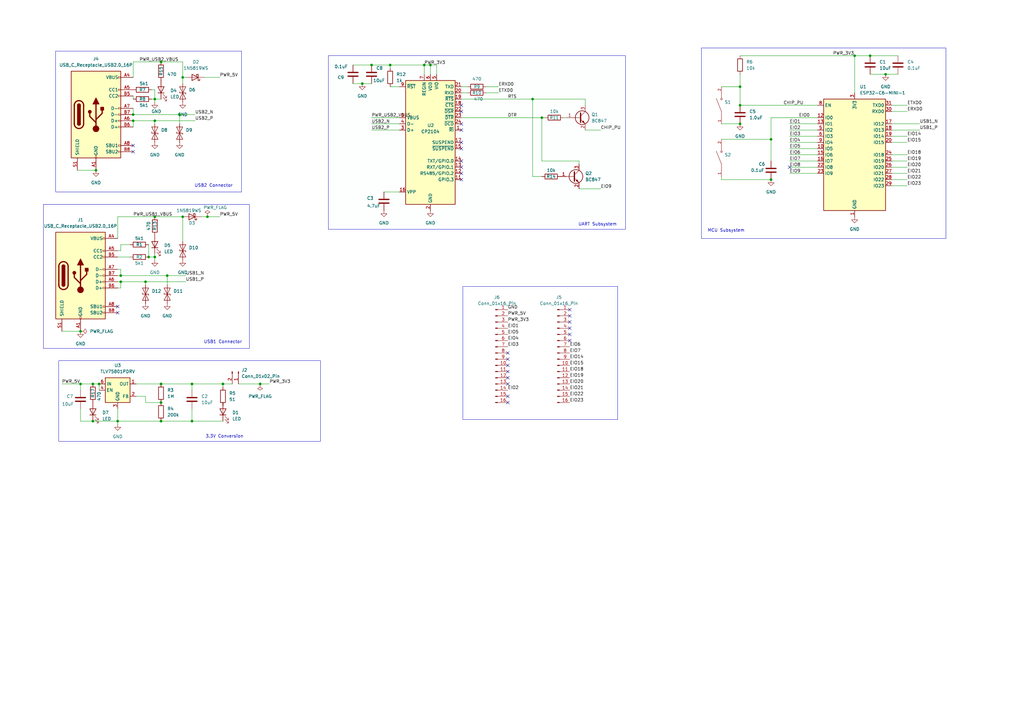
<source format=kicad_sch>
(kicad_sch (version 20250114) (generator "eeschema") (generator_version "9.0")
  (paper "A3")
  (lib_symbols
    (symbol "Connector:Conn_01x02_Pin" (pin_names (offset 1.016) (hide yes))
      (property "Reference" "J" (at 0 2.54 0))
      (property "Value" "Conn_01x02_Pin" (at 0 -5.08 0))
      (symbol "Conn_01x02_Pin_1_1"
        (pin passive line (at 5.08 0 180) (length 3.81) (name "Pin_1") (number "1"))
        (pin passive line (at 5.08 -2.54 180) (length 3.81) (name "Pin_2") (number "2"))
      )
    )
    (symbol "Connector:Conn_01x16_Pin" (pin_names (offset 1.016) (hide yes))
      (property "Reference" "J" (at 0 20.32 0))
      (property "Value" "Conn_01x16_Pin" (at 0 -22.86 0))
      (symbol "Conn_01x16_Pin_1_1"
        (pin passive line (at 5.08 17.78 180) (length 3.81) (name "Pin_1") (number "1"))
        (pin passive line (at 5.08 15.24 180) (length 3.81) (name "Pin_2") (number "2"))
        (pin passive line (at 5.08 12.7 180) (length 3.81) (name "Pin_3") (number "3"))
        (pin passive line (at 5.08 10.16 180) (length 3.81) (name "Pin_4") (number "4"))
        (pin passive line (at 5.08 7.62 180) (length 3.81) (name "Pin_5") (number "5"))
        (pin passive line (at 5.08 5.08 180) (length 3.81) (name "Pin_6") (number "6"))
        (pin passive line (at 5.08 2.54 180) (length 3.81) (name "Pin_7") (number "7"))
        (pin passive line (at 5.08 0 180) (length 3.81) (name "Pin_8") (number "8"))
        (pin passive line (at 5.08 -2.54 180) (length 3.81) (name "Pin_9") (number "9"))
        (pin passive line (at 5.08 -5.08 180) (length 3.81) (name "Pin_10") (number "10"))
        (pin passive line (at 5.08 -7.62 180) (length 3.81) (name "Pin_11") (number "11"))
        (pin passive line (at 5.08 -10.16 180) (length 3.81) (name "Pin_12") (number "12"))
        (pin passive line (at 5.08 -12.7 180) (length 3.81) (name "Pin_13") (number "13"))
        (pin passive line (at 5.08 -15.24 180) (length 3.81) (name "Pin_14") (number "14"))
        (pin passive line (at 5.08 -17.78 180) (length 3.81) (name "Pin_15") (number "15"))
        (pin passive line (at 5.08 -20.32 180) (length 3.81) (name "Pin_16") (number "16"))
      )
    )
    (symbol "Connector:USB_C_Receptacle_USB2.0_16P" (pin_names (offset 1.016))
      (property "Reference" "J" (at 0 22.225 0))
      (property "Value" "USB_C_Receptacle_USB2.0_16P" (at 0 19.685 0))
      (symbol "USB_C_Receptacle_USB2.0_16P_1_1"
        (pin passive line (at -7.62 -22.86 90) (length 5.08) (name "SHIELD") (number "S1"))
        (pin passive line (at 0 -22.86 90) (length 5.08) (name "GND") (number "A1"))
        (pin passive line (at 0 -22.86 90) (length 5.08) (hide yes) (name "GND") (number "A12"))
        (pin passive line (at 0 -22.86 90) (length 5.08) (hide yes) (name "GND") (number "B1"))
        (pin passive line (at 0 -22.86 90) (length 5.08) (hide yes) (name "GND") (number "B12"))
        (pin passive line (at 15.24 15.24 180) (length 5.08) (name "VBUS") (number "A4"))
        (pin passive line (at 15.24 15.24 180) (length 5.08) (hide yes) (name "VBUS") (number "A9"))
        (pin passive line (at 15.24 15.24 180) (length 5.08) (hide yes) (name "VBUS") (number "B4"))
        (pin passive line (at 15.24 15.24 180) (length 5.08) (hide yes) (name "VBUS") (number "B9"))
        (pin bidirectional line (at 15.24 10.16 180) (length 5.08) (name "CC1") (number "A5"))
        (pin bidirectional line (at 15.24 7.62 180) (length 5.08) (name "CC2") (number "B5"))
        (pin bidirectional line (at 15.24 2.54 180) (length 5.08) (name "D-") (number "A7"))
        (pin bidirectional line (at 15.24 0 180) (length 5.08) (name "D-") (number "B7"))
        (pin bidirectional line (at 15.24 -2.54 180) (length 5.08) (name "D+") (number "A6"))
        (pin bidirectional line (at 15.24 -5.08 180) (length 5.08) (name "D+") (number "B6"))
        (pin bidirectional line (at 15.24 -12.7 180) (length 5.08) (name "SBU1") (number "A8"))
        (pin bidirectional line (at 15.24 -15.24 180) (length 5.08) (name "SBU2") (number "B8"))
      )
    )
    (symbol "Device:C" (pin_numbers (hide yes)) (pin_names (offset 0.254))
      (property "Reference" "C" (at 0.635 2.54 0))
      (property "Value" "C" (at 0.635 -2.54 0))
      (symbol "C_1_1"
        (pin passive line (at 0 3.81 270) (length 2.794) (name "~") (number "1"))
        (pin passive line (at 0 -3.81 90) (length 2.794) (name "~") (number "2"))
      )
    )
    (symbol "Device:LED" (pin_numbers (hide yes)) (pin_names (offset 1.016) (hide yes))
      (property "Reference" "D" (at 0 2.54 0))
      (property "Value" "LED" (at 0 -2.54 0))
      (symbol "LED_1_1"
        (pin passive line (at -3.81 0 0) (length 2.54) (name "K") (number "1"))
        (pin passive line (at 3.81 0 180) (length 2.54) (name "A") (number "2"))
      )
    )
    (symbol "Device:R" (pin_numbers (hide yes)) (pin_names (offset 0))
      (property "Reference" "R" (at 2.032 0 90))
      (property "Value" "R" (at 0 0 90))
      (symbol "R_1_1"
        (pin passive line (at 0 3.81 270) (length 1.27) (name "~") (number "1"))
        (pin passive line (at 0 -3.81 90) (length 1.27) (name "~") (number "2"))
      )
    )
    (symbol "Diode:1N5819WS" (pin_numbers (hide yes)) (pin_names (offset 1.016) (hide yes))
      (property "Reference" "D" (at 0 2.54 0))
      (property "Value" "1N5819WS" (at 0 -2.54 0))
      (symbol "1N5819WS_1_1"
        (pin passive line (at -3.81 0 0) (length 2.54) (name "K") (number "1"))
        (pin passive line (at 3.81 0 180) (length 2.54) (name "A") (number "2"))
      )
    )
    (symbol "Diode:SD05_SOD323" (pin_numbers (hide yes)) (pin_names (offset 1.016) (hide yes))
      (property "Reference" "D" (at 0 2.54 0))
      (property "Value" "SD05_SOD323" (at 0 -2.54 0))
      (symbol "SD05_SOD323_1_1"
        (pin passive line (at -3.81 0 0) (length 2.54) (name "A1") (number "1"))
        (pin passive line (at 3.81 0 180) (length 2.54) (name "A2") (number "2"))
      )
    )
    (symbol "Interface_USB:CP2104"
      (property "Reference" "U" (at -5.08 28.575 0))
      (property "Value" "CP2104" (at -5.08 26.67 0))
      (symbol "CP2104_1_1"
        (pin bidirectional line (at -12.7 22.86 0) (length 2.54) (name "~{RST}") (number "9"))
        (pin input line (at -12.7 10.16 0) (length 2.54) (name "VBUS") (number "8"))
        (pin bidirectional line (at -12.7 7.62 0) (length 2.54) (name "D-") (number "4"))
        (pin bidirectional line (at -12.7 5.08 0) (length 2.54) (name "D+") (number "3"))
        (pin passive line (at -12.7 -20.32 0) (length 2.54) (name "VPP") (number "16"))
        (pin power_in line (at -2.54 27.94 270) (length 2.54) (name "REGIN") (number "7"))
        (pin power_in line (at 0 27.94 270) (length 2.54) (name "VDD") (number "6"))
        (pin power_in line (at 0 -27.94 90) (length 2.54) (name "GND") (number "2"))
        (pin passive line (at 0 -27.94 90) (length 2.54) (hide yes) (name "GND") (number "25"))
        (pin power_in line (at 2.54 27.94 270) (length 2.54) (name "VIO") (number "5"))
        (pin no_connect line (at 10.16 -20.32 180) (length 2.54) (hide yes) (name "NC") (number "10"))
        (pin output line (at 12.7 22.86 180) (length 2.54) (name "TXD") (number "21"))
        (pin input line (at 12.7 20.32 180) (length 2.54) (name "RXD") (number "20"))
        (pin output line (at 12.7 17.78 180) (length 2.54) (name "~{RTS}") (number "19"))
        (pin input line (at 12.7 15.24 180) (length 2.54) (name "~{CTS}") (number "18"))
        (pin input line (at 12.7 12.7 180) (length 2.54) (name "~{DSR}") (number "22"))
        (pin output line (at 12.7 10.16 180) (length 2.54) (name "~{DTR}") (number "23"))
        (pin input line (at 12.7 7.62 180) (length 2.54) (name "~{DCD}") (number "24"))
        (pin input line (at 12.7 5.08 180) (length 2.54) (name "~{RI}") (number "1"))
        (pin output line (at 12.7 0 180) (length 2.54) (name "SUSPEND") (number "17"))
        (pin output line (at 12.7 -2.54 180) (length 2.54) (name "~{SUSPEND}") (number "15"))
        (pin bidirectional line (at 12.7 -7.62 180) (length 2.54) (name "TXT/GPIO.0") (number "14"))
        (pin bidirectional line (at 12.7 -10.16 180) (length 2.54) (name "RXT/GPIO.1") (number "13"))
        (pin bidirectional line (at 12.7 -12.7 180) (length 2.54) (name "RS485/GPIO.2") (number "12"))
        (pin bidirectional line (at 12.7 -15.24 180) (length 2.54) (name "GPIO.3") (number "11"))
      )
    )
    (symbol "RF_Module:ESP32-C6-MINI-1"
      (property "Reference" "U" (at -11.43 24.13 0))
      (property "Value" "ESP32-C6-MINI-1" (at 12.7 24.13 0))
      (symbol "ESP32-C6-MINI-1_1_1"
        (pin input line (at -15.24 20.32 0) (length 2.54) (name "EN") (number "8"))
        (pin bidirectional line (at -15.24 15.24 0) (length 2.54) (name "IO0") (number "12"))
        (pin bidirectional line (at -15.24 12.7 0) (length 2.54) (name "IO1") (number "13"))
        (pin bidirectional line (at -15.24 10.16 0) (length 2.54) (name "IO2") (number "5"))
        (pin bidirectional line (at -15.24 7.62 0) (length 2.54) (name "IO3") (number "6"))
        (pin bidirectional line (at -15.24 5.08 0) (length 2.54) (name "IO4") (number "9"))
        (pin bidirectional line (at -15.24 2.54 0) (length 2.54) (name "IO5") (number "10"))
        (pin bidirectional line (at -15.24 0 0) (length 2.54) (name "IO6") (number "15"))
        (pin bidirectional line (at -15.24 -2.54 0) (length 2.54) (name "IO7") (number "16"))
        (pin bidirectional line (at -15.24 -5.08 0) (length 2.54) (name "IO8") (number "22"))
        (pin bidirectional line (at -15.24 -7.62 0) (length 2.54) (name "IO9") (number "23"))
        (pin no_connect line (at -12.7 -12.7 0) (length 2.54) (hide yes) (name "NC") (number "32"))
        (pin no_connect line (at -12.7 -15.24 0) (length 2.54) (hide yes) (name "NC") (number "33"))
        (pin no_connect line (at -12.7 -17.78 0) (length 2.54) (hide yes) (name "NC") (number "34"))
        (pin no_connect line (at -12.7 -20.32 0) (length 2.54) (hide yes) (name "NC") (number "35"))
        (pin power_in line (at 0 25.4 270) (length 2.54) (name "3V3") (number "3"))
        (pin power_in line (at 0 -25.4 90) (length 2.54) (name "GND") (number "1"))
        (pin passive line (at 0 -25.4 90) (length 2.54) (hide yes) (name "GND") (number "11"))
        (pin passive line (at 0 -25.4 90) (length 2.54) (hide yes) (name "GND") (number "14"))
        (pin passive line (at 0 -25.4 90) (length 2.54) (hide yes) (name "GND") (number "2"))
        (pin passive line (at 0 -25.4 90) (length 2.54) (hide yes) (name "GND") (number "36"))
        (pin passive line (at 0 -25.4 90) (length 2.54) (hide yes) (name "GND") (number "37"))
        (pin passive line (at 0 -25.4 90) (length 2.54) (hide yes) (name "GND") (number "38"))
        (pin passive line (at 0 -25.4 90) (length 2.54) (hide yes) (name "GND") (number "39"))
        (pin passive line (at 0 -25.4 90) (length 2.54) (hide yes) (name "GND") (number "40"))
        (pin passive line (at 0 -25.4 90) (length 2.54) (hide yes) (name "GND") (number "41"))
        (pin passive line (at 0 -25.4 90) (length 2.54) (hide yes) (name "GND") (number "42"))
        (pin passive line (at 0 -25.4 90) (length 2.54) (hide yes) (name "GND") (number "43"))
        (pin passive line (at 0 -25.4 90) (length 2.54) (hide yes) (name "GND") (number "44"))
        (pin passive line (at 0 -25.4 90) (length 2.54) (hide yes) (name "GND") (number "45"))
        (pin passive line (at 0 -25.4 90) (length 2.54) (hide yes) (name "GND") (number "46"))
        (pin passive line (at 0 -25.4 90) (length 2.54) (hide yes) (name "GND") (number "47"))
        (pin passive line (at 0 -25.4 90) (length 2.54) (hide yes) (name "GND") (number "48"))
        (pin passive line (at 0 -25.4 90) (length 2.54) (hide yes) (name "GND") (number "49"))
        (pin passive line (at 0 -25.4 90) (length 2.54) (hide yes) (name "GND") (number "50"))
        (pin passive line (at 0 -25.4 90) (length 2.54) (hide yes) (name "GND") (number "51"))
        (pin passive line (at 0 -25.4 90) (length 2.54) (hide yes) (name "GND") (number "52"))
        (pin passive line (at 0 -25.4 90) (length 2.54) (hide yes) (name "GND") (number "53"))
        (pin no_connect line (at 12.7 -15.24 180) (length 2.54) (hide yes) (name "NC") (number "4"))
        (pin no_connect line (at 12.7 -17.78 180) (length 2.54) (hide yes) (name "NC") (number "7"))
        (pin no_connect line (at 12.7 -20.32 180) (length 2.54) (hide yes) (name "NC") (number "21"))
        (pin bidirectional line (at 15.24 20.32 180) (length 2.54) (name "TXD0") (number "31"))
        (pin bidirectional line (at 15.24 17.78 180) (length 2.54) (name "RXD0") (number "30"))
        (pin bidirectional line (at 15.24 12.7 180) (length 2.54) (name "IO12") (number "17"))
        (pin bidirectional line (at 15.24 10.16 180) (length 2.54) (name "IO13") (number "18"))
        (pin bidirectional line (at 15.24 7.62 180) (length 2.54) (name "IO14") (number "19"))
        (pin bidirectional line (at 15.24 5.08 180) (length 2.54) (name "IO15") (number "20"))
        (pin bidirectional line (at 15.24 0 180) (length 2.54) (name "IO18") (number "24"))
        (pin bidirectional line (at 15.24 -2.54 180) (length 2.54) (name "IO19") (number "25"))
        (pin bidirectional line (at 15.24 -5.08 180) (length 2.54) (name "IO20") (number "26"))
        (pin bidirectional line (at 15.24 -7.62 180) (length 2.54) (name "IO21") (number "27"))
        (pin bidirectional line (at 15.24 -10.16 180) (length 2.54) (name "IO22") (number "28"))
        (pin bidirectional line (at 15.24 -12.7 180) (length 2.54) (name "IO23") (number "29"))
      )
    )
    (symbol "Regulator_Linear:TLV75801PDRV"
      (property "Reference" "U" (at -3.81 6.35 0))
      (property "Value" "TLV75801PDRV" (at 0 6.35 0))
      (symbol "TLV75801PDRV_1_1"
        (pin power_in line (at -7.62 2.54 0) (length 2.54) (name "IN") (number "6"))
        (pin input line (at -7.62 0 0) (length 2.54) (name "EN") (number "4"))
        (pin power_in line (at 0 -7.62 90) (length 2.54) (name "GND") (number "3"))
        (pin passive line (at 0 -7.62 90) (length 2.54) (hide yes) (name "GND") (number "7"))
        (pin no_connect line (at 5.08 0 180) (length 2.54) (hide yes) (name "DNC") (number "5"))
        (pin power_out line (at 7.62 2.54 180) (length 2.54) (name "OUT") (number "1"))
        (pin input line (at 7.62 -2.54 180) (length 2.54) (name "FB") (number "2"))
      )
    )
    (symbol "TS-1088-AR02016:TS-1088-AR02016" (pin_names (offset 1.016))
      (property "Reference" "S" (at -2.54 2.54 0))
      (property "Value" "TS-1088-AR02016" (at -2.54 -2.54 0))
      (symbol "TS-1088-AR02016_0_0"
        (pin passive line (at -7.62 0 0) (length 2.54) (name "~") (number "1"))
        (pin passive line (at 7.62 0 180) (length 2.54) (name "~") (number "2"))
      )
    )
    (symbol "Transistor_BJT:BC847" (pin_names (offset 0) (hide yes))
      (property "Reference" "Q" (at 5.08 1.905 0))
      (property "Value" "BC847" (at 5.08 0 0))
      (symbol "BC847_1_1"
        (pin input line (at -5.08 0 0) (length 2.54) (name "B") (number "1"))
        (pin passive line (at 2.54 5.08 270) (length 2.54) (name "C") (number "3"))
        (pin passive line (at 2.54 -5.08 90) (length 2.54) (name "E") (number "2"))
      )
    )
    (symbol "power:GND" (power) (pin_numbers (hide yes)) (pin_names (offset 0) (hide yes))
      (property "Value" "GND" (at 0 -3.81 0))
      (symbol "GND_1_1"
        (pin power_in line (at 0 0 270) (length 0) (name "~") (number "1"))
      )
    )
    (symbol "power:PWR_FLAG" (power) (pin_numbers (hide yes)) (pin_names (offset 0) (hide yes))
      (property "Value" "PWR_FLAG" (at 0 3.81 0))
      (symbol "PWR_FLAG_0_0"
        (pin power_out line (at 0 0 90) (length 0) (name "~") (number "1"))
      )
    )
  )
  (rectangle (start 235.585 128.905) (end 235.585 128.905))
  (rectangle (start 22.86 20.955) (end 99.06 78.74) (fill (type color) (color 255 255 255 1)))
  (rectangle (start 134.62 22.86) (end 256.54 93.98) (fill (type color) (color 253 255 255 1)))
  (rectangle (start 287.655 19.685) (end 387.985 97.79) (fill (type color) (color 255 255 255 1)))
  (rectangle (start 17.78 83.82) (end 102.235 142.875) (fill (type color) (color 255 255 255 1)))
  (rectangle (start 189.865 117.475) (end 253.365 172.085) (fill (type color) (color 255 255 255 1)))
  (rectangle (start 24.13 147.955) (end 131.445 180.975) (fill (type color) (color 255 255 255 1)))
  (text "MCU Subsystem" (at 297.815 94.615 0) (effects (font (size 1.27 1.27))))
  (text "USB2 Connector" (at 87.63 76.2 0) (effects (font (size 1.27 1.27))))
  (text "USB1 Connector" (at 91.44 140.335 0) (effects (font (size 1.27 1.27))))
  (text "UART Subsystem" (at 245.11 92.075 0) (effects (font (size 1.27 1.27))))
  (text "3.3V Conversion" (at 92.075 179.07 0) (effects (font (size 1.27 1.27))))
  (junction (at 66.04 25.4))
  (junction (at 54.61 49.53))
  (junction (at 63.5 105.41))
  (junction (at 160.02 26.67))
  (junction (at 350.52 22.86))
  (junction (at 356.87 22.86))
  (junction (at 33.02 135.89))
  (junction (at 74.93 88.9))
  (junction (at 152.4 26.67))
  (junction (at 303.53 35.56))
  (junction (at 222.25 48.26))
  (junction (at 66.04 172.72))
  (junction (at 91.44 157.48))
  (junction (at 78.74 172.72))
  (junction (at 303.53 43.18))
  (junction (at 74.93 31.75))
  (junction (at 148.59 34.29))
  (junction (at 106.68 157.48))
  (junction (at 173.99 26.67))
  (junction (at 54.61 46.99))
  (junction (at 33.02 157.48))
  (junction (at 218.44 40.64))
  (junction (at 49.53 113.03))
  (junction (at 49.53 115.57))
  (junction (at 63.5 88.9))
  (junction (at 66.04 165.1))
  (junction (at 48.26 172.72))
  (junction (at 316.23 73.66))
  (junction (at 303.53 50.8))
  (junction (at 59.69 115.57))
  (junction (at 363.22 30.48))
  (junction (at 176.53 26.67))
  (junction (at 63.5 40.64))
  (junction (at 38.1 172.72))
  (junction (at 66.04 157.48))
  (junction (at 85.09 88.9))
  (junction (at 63.5 49.53))
  (junction (at 39.37 69.85))
  (junction (at 73.66 46.99))
  (junction (at 38.1 157.48))
  (junction (at 60.96 105.41))
  (junction (at 78.74 157.48))
  (junction (at 316.23 57.15))
  (junction (at 68.58 113.03))
  (junction (at 40.64 157.48))
  (no_connect (at 208.28 165.1))
  (no_connect (at 189.23 68.58))
  (no_connect (at 54.61 62.23))
  (no_connect (at 233.68 129.54))
  (no_connect (at 208.28 144.78))
  (no_connect (at 189.23 71.12))
  (no_connect (at 208.28 149.86))
  (no_connect (at 208.28 154.94))
  (no_connect (at 208.28 157.48))
  (no_connect (at 54.61 59.69))
  (no_connect (at 189.23 45.72))
  (no_connect (at 233.68 127))
  (no_connect (at 189.23 53.34))
  (no_connect (at 48.26 128.27))
  (no_connect (at 323.85 68.58))
  (no_connect (at 208.28 152.4))
  (no_connect (at 233.68 137.16))
  (no_connect (at 233.68 132.08))
  (no_connect (at 208.28 162.56))
  (no_connect (at 208.28 147.32))
  (no_connect (at 48.26 125.73))
  (no_connect (at 189.23 58.42))
  (no_connect (at 189.23 66.04))
  (no_connect (at 189.23 43.18))
  (no_connect (at 233.68 139.7))
  (no_connect (at 189.23 73.66))
  (no_connect (at 189.23 60.96))
  (no_connect (at 233.68 134.62))
  (no_connect (at 189.23 50.8))
  (wire (pts (xy 323.85 53.34) (xy 335.28 53.34)))
  (wire (pts (xy 25.4 157.48) (xy 33.02 157.48)))
  (wire (pts (xy 323.85 68.58) (xy 335.28 68.58)))
  (wire (pts (xy 48.26 105.41) (xy 53.34 105.41)))
  (wire (pts (xy 78.74 172.72) (xy 91.44 172.72)))
  (wire (pts (xy 62.23 36.83) (xy 63.5 36.83)))
  (wire (pts (xy 49.53 115.57) (xy 49.53 118.11)))
  (wire (pts (xy 31.75 69.85) (xy 39.37 69.85)))
  (wire (pts (xy 68.58 113.03) (xy 76.2 113.03)))
  (wire (pts (xy 33.02 172.72) (xy 38.1 172.72)))
  (wire (pts (xy 163.83 50.8) (xy 152.4 50.8)))
  (wire (pts (xy 316.23 57.15) (xy 316.23 66.04)))
  (wire (pts (xy 157.48 78.74) (xy 163.83 78.74)))
  (wire (pts (xy 295.91 57.15) (xy 316.23 57.15)))
  (wire (pts (xy 54.61 49.53) (xy 54.61 52.07)))
  (wire (pts (xy 356.87 30.48) (xy 363.22 30.48)))
  (wire (pts (xy 49.53 113.03) (xy 68.58 113.03)))
  (wire (pts (xy 40.64 157.48) (xy 40.64 160.02)))
  (wire (pts (xy 363.22 30.48) (xy 368.3 30.48)))
  (wire (pts (xy 152.4 53.34) (xy 163.83 53.34)))
  (wire (pts (xy 78.74 167.64) (xy 78.74 172.72)))
  (wire (pts (xy 176.53 26.67) (xy 176.53 30.48)))
  (wire (pts (xy 237.49 66.04) (xy 237.49 67.31)))
  (wire (pts (xy 66.04 165.1) (xy 59.69 165.1)))
  (wire (pts (xy 218.44 72.39) (xy 222.25 72.39)))
  (wire (pts (xy 48.26 97.79) (xy 48.26 88.9)))
  (wire (pts (xy 25.4 135.89) (xy 33.02 135.89)))
  (wire (pts (xy 33.02 172.72) (xy 33.02 167.64)))
  (wire (pts (xy 365.76 53.34) (xy 377.19 53.34)))
  (wire (pts (xy 82.55 88.9) (xy 85.09 88.9)))
  (wire (pts (xy 240.03 40.64) (xy 240.03 43.18)))
  (wire (pts (xy 49.53 102.87) (xy 49.53 100.33)))
  (wire (pts (xy 54.61 44.45) (xy 54.61 46.99)))
  (wire (pts (xy 48.26 115.57) (xy 49.53 115.57)))
  (wire (pts (xy 76.2 31.75) (xy 74.93 31.75)))
  (wire (pts (xy 49.53 110.49) (xy 49.53 113.03)))
  (wire (pts (xy 63.5 40.64) (xy 62.23 40.64)))
  (wire (pts (xy 365.76 55.88) (xy 372.11 55.88)))
  (wire (pts (xy 33.02 157.48) (xy 33.02 160.02)))
  (wire (pts (xy 350.52 22.86) (xy 350.52 38.1)))
  (wire (pts (xy 303.53 22.86) (xy 350.52 22.86)))
  (wire (pts (xy 91.44 157.48) (xy 95.25 157.48)))
  (wire (pts (xy 237.49 77.47) (xy 246.38 77.47)))
  (wire (pts (xy 160.02 26.67) (xy 160.02 27.94)))
  (wire (pts (xy 365.76 58.42) (xy 372.11 58.42)))
  (wire (pts (xy 59.69 116.84) (xy 59.69 115.57)))
  (wire (pts (xy 66.04 172.72) (xy 78.74 172.72)))
  (wire (pts (xy 106.68 157.48) (xy 110.49 157.48)))
  (wire (pts (xy 55.88 162.56) (xy 59.69 162.56)))
  (wire (pts (xy 73.66 46.99) (xy 80.01 46.99)))
  (wire (pts (xy 59.69 165.1) (xy 59.69 162.56)))
  (wire (pts (xy 38.1 157.48) (xy 40.64 157.48)))
  (wire (pts (xy 48.26 172.72) (xy 48.26 167.64)))
  (wire (pts (xy 189.23 38.1) (xy 191.77 38.1)))
  (wire (pts (xy 365.76 71.12) (xy 372.11 71.12)))
  (wire (pts (xy 48.26 173.99) (xy 48.26 172.72)))
  (wire (pts (xy 179.07 26.67) (xy 179.07 30.48)))
  (wire (pts (xy 365.76 45.72) (xy 372.11 45.72)))
  (wire (pts (xy 365.76 43.18) (xy 372.11 43.18)))
  (wire (pts (xy 176.53 26.67) (xy 173.99 26.67)))
  (wire (pts (xy 356.87 22.86) (xy 368.3 22.86)))
  (wire (pts (xy 63.5 105.41) (xy 63.5 106.68)))
  (wire (pts (xy 222.25 48.26) (xy 223.52 48.26)))
  (wire (pts (xy 63.5 104.14) (xy 63.5 105.41)))
  (wire (pts (xy 189.23 40.64) (xy 218.44 40.64)))
  (wire (pts (xy 54.61 25.4) (xy 54.61 31.75)))
  (wire (pts (xy 350.52 22.86) (xy 356.87 22.86)))
  (wire (pts (xy 303.53 30.48) (xy 303.53 35.56)))
  (wire (pts (xy 91.44 158.75) (xy 91.44 157.48)))
  (wire (pts (xy 91.44 166.37) (xy 91.44 165.1)))
  (wire (pts (xy 48.26 88.9) (xy 63.5 88.9)))
  (wire (pts (xy 323.85 60.96) (xy 335.28 60.96)))
  (wire (pts (xy 365.76 68.58) (xy 372.11 68.58)))
  (wire (pts (xy 303.53 43.18) (xy 335.28 43.18)))
  (wire (pts (xy 63.5 88.9) (xy 74.93 88.9)))
  (wire (pts (xy 63.5 40.64) (xy 63.5 41.91)))
  (wire (pts (xy 144.78 34.29) (xy 148.59 34.29)))
  (wire (pts (xy 222.25 66.04) (xy 237.49 66.04)))
  (wire (pts (xy 63.5 50.8) (xy 63.5 49.53)))
  (wire (pts (xy 295.91 50.8) (xy 303.53 50.8)))
  (wire (pts (xy 323.85 58.42) (xy 335.28 58.42)))
  (wire (pts (xy 49.53 115.57) (xy 59.69 115.57)))
  (wire (pts (xy 48.26 102.87) (xy 49.53 102.87)))
  (wire (pts (xy 74.93 25.4) (xy 66.04 25.4)))
  (wire (pts (xy 48.26 118.11) (xy 49.53 118.11)))
  (wire (pts (xy 189.23 35.56) (xy 191.77 35.56)))
  (wire (pts (xy 176.53 26.67) (xy 179.07 26.67)))
  (wire (pts (xy 83.82 31.75) (xy 90.17 31.75)))
  (wire (pts (xy 54.61 49.53) (xy 63.5 49.53)))
  (wire (pts (xy 335.28 48.26) (xy 316.23 48.26)))
  (wire (pts (xy 295.91 73.66) (xy 316.23 73.66)))
  (wire (pts (xy 48.26 172.72) (xy 66.04 172.72)))
  (wire (pts (xy 160.02 35.56) (xy 163.83 35.56)))
  (wire (pts (xy 365.76 73.66) (xy 372.11 73.66)))
  (wire (pts (xy 55.88 157.48) (xy 66.04 157.48)))
  (wire (pts (xy 303.53 35.56) (xy 303.53 43.18)))
  (wire (pts (xy 365.76 66.04) (xy 372.11 66.04)))
  (wire (pts (xy 63.5 49.53) (xy 80.01 49.53)))
  (wire (pts (xy 189.23 48.26) (xy 222.25 48.26)))
  (wire (pts (xy 33.02 157.48) (xy 38.1 157.48)))
  (wire (pts (xy 60.96 105.41) (xy 63.5 105.41)))
  (wire (pts (xy 323.85 66.04) (xy 335.28 66.04)))
  (wire (pts (xy 48.26 113.03) (xy 49.53 113.03)))
  (wire (pts (xy 222.25 48.26) (xy 222.25 66.04)))
  (wire (pts (xy 59.69 115.57) (xy 76.2 115.57)))
  (wire (pts (xy 74.93 25.4) (xy 74.93 31.75)))
  (wire (pts (xy 63.5 36.83) (xy 63.5 40.64)))
  (wire (pts (xy 231.14 48.26) (xy 232.41 48.26)))
  (wire (pts (xy 74.93 99.06) (xy 74.93 88.9)))
  (wire (pts (xy 160.02 26.67) (xy 173.99 26.67)))
  (wire (pts (xy 78.74 157.48) (xy 78.74 160.02)))
  (wire (pts (xy 148.59 34.29) (xy 152.4 34.29)))
  (wire (pts (xy 66.04 25.4) (xy 54.61 25.4)))
  (wire (pts (xy 323.85 71.12) (xy 335.28 71.12)))
  (wire (pts (xy 365.76 63.5) (xy 372.11 63.5)))
  (wire (pts (xy 60.96 105.41) (xy 60.96 100.33)))
  (wire (pts (xy 97.79 157.48) (xy 106.68 157.48)))
  (wire (pts (xy 323.85 63.5) (xy 335.28 63.5)))
  (wire (pts (xy 38.1 172.72) (xy 48.26 172.72)))
  (wire (pts (xy 48.26 110.49) (xy 49.53 110.49)))
  (wire (pts (xy 218.44 40.64) (xy 240.03 40.64)))
  (wire (pts (xy 54.61 46.99) (xy 73.66 46.99)))
  (wire (pts (xy 63.5 40.64) (xy 66.04 40.64)))
  (wire (pts (xy 144.78 26.67) (xy 152.4 26.67)))
  (wire (pts (xy 74.93 34.29) (xy 74.93 31.75)))
  (wire (pts (xy 295.91 35.56) (xy 303.53 35.56)))
  (wire (pts (xy 316.23 48.26) (xy 316.23 57.15)))
  (wire (pts (xy 78.74 157.48) (xy 91.44 157.48)))
  (wire (pts (xy 204.47 38.1) (xy 199.39 38.1)))
  (wire (pts (xy 218.44 40.64) (xy 218.44 72.39)))
  (wire (pts (xy 49.53 100.33) (xy 53.34 100.33)))
  (wire (pts (xy 365.76 76.2) (xy 372.11 76.2)))
  (wire (pts (xy 152.4 26.67) (xy 160.02 26.67)))
  (wire (pts (xy 85.09 88.9) (xy 90.17 88.9)))
  (wire (pts (xy 323.85 55.88) (xy 335.28 55.88)))
  (wire (pts (xy 365.76 50.8) (xy 377.19 50.8)))
  (wire (pts (xy 66.04 157.48) (xy 78.74 157.48)))
  (wire (pts (xy 240.03 53.34) (xy 246.38 53.34)))
  (wire (pts (xy 295.91 72.39) (xy 295.91 73.66)))
  (wire (pts (xy 152.4 48.26) (xy 163.83 48.26)))
  (wire (pts (xy 199.39 35.56) (xy 204.47 35.56)))
  (wire (pts (xy 54.61 40.64) (xy 54.61 39.37)))
  (wire (pts (xy 173.99 26.67) (xy 173.99 30.48)))
  (wire (pts (xy 68.58 113.03) (xy 68.58 116.84)))
  (wire (pts (xy 323.85 50.8) (xy 335.28 50.8)))
  (wire (pts (xy 73.66 46.99) (xy 73.66 50.8)))
  (label "EIO20" (at 372.11 68.58 0))
  (label "USB1_N" (at 76.2 113.03 0))
  (label "PWR_USB2_VBUS" (at 152.4 48.26 0))
  (label "CHIP_PU" (at 246.38 53.34 0))
  (label "EIO23" (at 233.68 165.1 0))
  (label "USB2_P" (at 80.01 49.53 0))
  (label "EIO2" (at 208.28 160.02 0))
  (label "EIO18" (at 233.68 152.4 0))
  (label "PWR_USB1_VBUS" (at 54.61 88.9 0))
  (label "PWR_USB2_VBUS" (at 57.15 25.4 0))
  (label "EIO1" (at 208.28 134.62 0))
  (label "EIO9" (at 323.85 71.12 0))
  (label "EIO14" (at 233.68 147.32 0))
  (label "USB2_N" (at 80.01 46.99 0))
  (label "EIO6" (at 233.68 142.24 0))
  (label "EIO9" (at 246.38 77.47 0))
  (label "PWR_5V" (at 90.17 88.9 0))
  (label "USB2_N" (at 152.4 50.8 0))
  (label "EIO4" (at 208.28 139.7 0))
  (label "EIO14" (at 372.11 55.88 0))
  (label "PWR_3V3" (at 110.49 157.48 0))
  (label "ETXD0" (at 372.11 43.18 0))
  (label "PWR_3V3" (at 341.63 22.86 0))
  (label "EIO5" (at 323.85 60.96 0))
  (label "EIO6" (at 323.85 63.5 0))
  (label "EIO21" (at 233.68 160.02 0))
  (label "ERXD0" (at 372.11 45.72 0))
  (label "PWR_5V" (at 208.28 129.54 0))
  (label "PWR_3V3" (at 173.99 26.67 0))
  (label "EIO7" (at 323.85 66.04 0))
  (label "USB1_P" (at 377.19 53.34 0))
  (label "PWR_5V" (at 90.17 31.75 0))
  (label "USB2_P" (at 152.4 53.34 0))
  (label "EIO0" (at 327.66 48.26 0))
  (label "EIO5" (at 208.28 137.16 0))
  (label "EIO7" (at 233.68 144.78 0))
  (label "USB1_P" (at 76.2 115.57 0))
  (label "EIO19" (at 372.11 66.04 0))
  (label "EIO20" (at 233.68 157.48 0))
  (label "EIO15" (at 372.11 58.42 0))
  (label "EIO3" (at 208.28 142.24 0))
  (label "EIO23" (at 372.11 76.2 0))
  (label "DTR" (at 208.28 48.26 0))
  (label "EIO18" (at 372.11 63.5 0))
  (label "ERXD0" (at 204.47 35.56 0))
  (label "EIO1" (at 323.85 50.8 0))
  (label "EIO22" (at 372.11 73.66 0))
  (label "EIO2" (at 323.85 53.34 0))
  (label "EIO21" (at 372.11 71.12 0))
  (label "EIO22" (at 233.68 162.56 0))
  (label "PWR_5V" (at 25.4 157.48 0))
  (label "EIO8" (at 323.85 68.58 0))
  (label "EIO3" (at 323.85 55.88 0))
  (label "EIO4" (at 323.85 58.42 0))
  (label "EIO15" (at 233.68 149.86 0))
  (label "GND" (at 208.28 127 0))
  (label "USB1_N" (at 377.19 50.8 0))
  (label "ETXD0" (at 204.47 38.1 0))
  (label "CHIP_PU" (at 321.31 43.18 0))
  (label "PWR_3V3" (at 208.28 132.08 0))
  (label "RTS" (at 208.28 40.64 0))
  (label "EIO19" (at 233.68 154.94 0))
  (symbol (lib_id "Device:LED") (at 66.04 36.83 90) (unit 1)
    (property "Reference" "D4" (at 69.85 37.1474 90) (effects (justify right)))
    (property "Value" "LED" (at 69.85 39.6874 90) (effects (justify right)))
    (property "Footprint" "LED_SMD:LED_0603_1608Metric" (effects (hide yes)))
    (property "Description" "Light emitting diode" (effects (hide yes)))
    (property "Sim.Pins" "1=K 2=A" (effects (hide yes)))
    (property "Part_No" "Lite-On LTST-C193TBKT-5A" (effects (hide yes)))
  )
  (symbol (lib_id "Device:LED") (at 38.1 168.91 90) (unit 1)
    (property "Reference" "D7" (at 41.91 169.2274 90) (effects (justify right)))
    (property "Value" "LED" (at 41.91 171.7674 90) (effects (justify right)))
    (property "Footprint" "LED_SMD:LED_0603_1608Metric" (effects (hide yes)))
    (property "Description" "Light emitting diode" (effects (hide yes)))
    (property "Sim.Pins" "1=K 2=A" (effects (hide yes)))
    (property "Part_No" "Lite-On LTST-C193TGKT-5A" (effects (hide yes)))
  )
  (symbol (lib_id "TS-1088-AR02016:TS-1088-AR02016") (at 295.91 64.77 90) (unit 1)
    (property "Reference" "S2" (at 297.18 63.4999 90) (effects (justify right)))
    (property "Value" "TS-1088-AR02016" (effects (hide yes)))
    (property "Footprint" "TS-1088-AR02016:SW_TS-1088-AR02016" (effects (hide yes)))
    (property "MF" "Xunpu" (effects (hide yes)))
    (property "MAXIMUM_PACKAGE_HEIGHT" "2.0 mm" (effects (hide yes)))
    (property "Package" "Package" (effects (hide yes)))
    (property "Price" "None" (effects (hide yes)))
    (property "Check_prices" "https://www.snapeda.com/parts/TS-1088-AR02016/Xunpu/view-part/?ref=eda" (effects (hide yes)))
    (property "STANDARD" "Manufacturer Recommendations" (effects (hide yes)))
    (property "PARTREV" "N/A" (effects (hide yes)))
    (property "SnapEDA_Link" "https://www.snapeda.com/parts/TS-1088-AR02016/Xunpu/view-part/?ref=snap" (effects (hide yes)))
    (property "MP" "TS-1088-AR02016" (effects (hide yes)))
    (property "Description_1" "50mA 4mm 100MΩ 100,000 Times 12V 160gf 3mm 2mm Round Button Vertical welding SPST SMD Tactile Switches ROHS" (effects (hide yes)))
    (property "Availability" "Not in stock" (effects (hide yes)))
    (property "MANUFACTURER" "Xunpu" (effects (hide yes)))
    (property "Part_No" "XUNPU TS-1088-AR02016" (effects (hide yes)))
  )
  (symbol (lib_id "Device:R") (at 227.33 48.26 270) (unit 1)
    (property "Reference" "R11" (at 227.33 48.26 90))
    (property "Value" "10k" (at 227.33 45.72 90))
    (property "Footprint" "Resistor_SMD:R_0603_1608Metric" (effects (hide yes)))
    (property "Description" "Resistor" (effects (hide yes)))
    (property "Part_No" "UNI-ROYAL(Uniroyal Elec) 0603WAF1002T5E" (effects (hide yes)))
  )
  (symbol (lib_id "Device:C") (at 368.3 26.67 0) (unit 1)
    (property "Reference" "C4" (at 372.11 25.3999 0) (effects (justify left)))
    (property "Value" "0.1uF" (at 372.11 27.9399 0) (effects (justify left)))
    (property "Footprint" "Capacitor_SMD:C_0603_1608Metric" (effects (hide yes)))
    (property "Datasheet" "https://www.lcsc.com/datasheet/lcsc_datasheet_2411220213_FH--Guangdong-Fenghua-Advanced-Tech-0603B104K500NT_C30926.pdf" (effects (hide yes)))
    (property "Description" "Unpolarized capacitor" (effects (hide yes)))
    (property "Part_No" "0603B104K500NT" (effects (hide yes)))
  )
  (symbol (lib_id "Diode:SD05_SOD323") (at 63.5 54.61 90) (unit 1)
    (property "Reference" "D8" (at 66.04 53.3399 90) (effects (justify right)))
    (property "Value" "SD05_SOD323" (effects (hide yes)))
    (property "Footprint" "Diode_SMD:D_SOD-323" (effects (hide yes)))
    (property "Datasheet" "https://www.littelfuse.com/~/media/electronics/datasheets/tvs_diode_arrays/littelfuse_tvs_diode_array_sd_c_datasheet.pdf.pdf" (effects (hide yes)))
    (property "Description" "5V, 450W Discrete Bidirectional TVS Diode, SOD-323" (effects (hide yes)))
    (property "Part_No" "MDD(Microdiode Semiconductor) SD05" (effects (hide yes)))
  )
  (symbol (lib_id "power:GND") (at 39.37 69.85 0) (unit 1)
    (property "Reference" "#PWR015" (effects (hide yes)))
    (property "Value" "GND" (at 39.37 74.93 0))
    (property "Description" "Power symbol creates a global label with name \"GND\" , ground" (effects (hide yes)))
  )
  (symbol (lib_id "power:PWR_FLAG") (at 85.09 88.9 0) (unit 1)
    (property "Reference" "#FLG01" (effects (hide yes)))
    (property "Value" "PWR_FLAG" (at 88.265 85.09 0))
    (property "Description" "Special symbol for telling ERC where power comes from" (effects (hide yes)))
  )
  (symbol (lib_id "Device:LED") (at 91.44 168.91 90) (unit 1)
    (property "Reference" "D1" (at 95.25 169.2274 90) (effects (justify right)))
    (property "Value" "LED" (at 95.25 171.7674 90) (effects (justify right)))
    (property "Footprint" "LED_SMD:LED_0603_1608Metric" (effects (hide yes)))
    (property "Datasheet" "https://www.lcsc.com/datasheet/lcsc_datasheet_2412232102_Lite-On-LTST-C190KRKT_C94869.pdf" (effects (hide yes)))
    (property "Description" "Light emitting diode" (effects (hide yes)))
    (property "Sim.Pins" "1=K 2=A" (effects (hide yes)))
    (property "Part_No" "Lite-On LTW-C191TS5" (effects (hide yes)))
  )
  (symbol (lib_id "Device:R") (at 195.58 38.1 90) (unit 1)
    (property "Reference" "R10" (at 195.58 38.1 90))
    (property "Value" "470" (at 196.215 40.64 90))
    (property "Footprint" "Resistor_SMD:R_0603_1608Metric" (effects (hide yes)))
    (property "Description" "Resistor" (effects (hide yes)))
    (property "Part_No" "UNI-ROYAL(Uniroyal Elec) 0603WAF510JT5E" (effects (hide yes)))
  )
  (symbol (lib_id "TS-1088-AR02016:TS-1088-AR02016") (at 295.91 43.18 90) (unit 1)
    (property "Reference" "S1" (at 297.18 41.9099 90) (effects (justify right)))
    (property "Value" "TS-1088-AR02016" (effects (hide yes)))
    (property "Footprint" "TS-1088-AR02016:SW_TS-1088-AR02016" (effects (hide yes)))
    (property "MF" "Xunpu" (effects (hide yes)))
    (property "MAXIMUM_PACKAGE_HEIGHT" "2.0 mm" (effects (hide yes)))
    (property "Package" "Package" (effects (hide yes)))
    (property "Price" "None" (effects (hide yes)))
    (property "Check_prices" "https://www.snapeda.com/parts/TS-1088-AR02016/Xunpu/view-part/?ref=eda" (effects (hide yes)))
    (property "STANDARD" "Manufacturer Recommendations" (effects (hide yes)))
    (property "PARTREV" "N/A" (effects (hide yes)))
    (property "SnapEDA_Link" "https://www.snapeda.com/parts/TS-1088-AR02016/Xunpu/view-part/?ref=snap" (effects (hide yes)))
    (property "MP" "TS-1088-AR02016" (effects (hide yes)))
    (property "Description_1" "50mA 4mm 100MΩ 100,000 Times 12V 160gf 3mm 2mm Round Button Vertical welding SPST SMD Tactile Switches ROHS" (effects (hide yes)))
    (property "Availability" "Not in stock" (effects (hide yes)))
    (property "MANUFACTURER" "Xunpu" (effects (hide yes)))
    (property "Part_No" "XUNPU TS-1088-AR02016" (effects (hide yes)))
  )
  (symbol (lib_id "Device:C") (at 303.53 46.99 0) (unit 1)
    (property "Reference" "C5" (at 307.34 45.7199 0) (effects (justify left)))
    (property "Value" "1.0uF" (at 307.34 48.2599 0) (effects (justify left)))
    (property "Footprint" "Capacitor_SMD:C_0603_1608Metric" (effects (hide yes)))
    (property "Datasheet" "https://www.lcsc.com/datasheet/lcsc_datasheet_2411220213_FH--Guangdong-Fenghua-Advanced-Tech-0603B104K500NT_C30926.pdf" (effects (hide yes)))
    (property "Description" "Unpolarized capacitor" (effects (hide yes)))
    (property "Part_No" "Samsung Electro-Mechanics CL10A105KB8NNNC" (effects (hide yes)))
  )
  (symbol (lib_id "Device:C") (at 316.23 69.85 0) (unit 1)
    (property "Reference" "C6" (at 311.15 67.31 0) (effects (justify left)))
    (property "Value" "0.1uF" (at 307.975 69.85 0) (effects (justify left)))
    (property "Footprint" "Capacitor_SMD:C_0603_1608Metric" (effects (hide yes)))
    (property "Datasheet" "https://www.lcsc.com/datasheet/lcsc_datasheet_2411220213_FH--Guangdong-Fenghua-Advanced-Tech-0603B104K500NT_C30926.pdf" (effects (hide yes)))
    (property "Description" "Unpolarized capacitor" (effects (hide yes)))
    (property "Part_No" "0603B104K500NT" (effects (hide yes)))
  )
  (symbol (lib_id "Device:R") (at 303.53 26.67 0) (unit 1)
    (property "Reference" "R6" (at 306.07 25.3999 0) (effects (justify left)))
    (property "Value" "10k" (at 306.07 27.9399 0) (effects (justify left)))
    (property "Footprint" "Resistor_SMD:R_0603_1608Metric" (effects (hide yes)))
    (property "Description" "Resistor" (effects (hide yes)))
    (property "Part_No" "UNI-ROYAL(Uniroyal Elec) 0603WAF1002T5E" (effects (hide yes)))
  )
  (symbol (lib_id "Device:C") (at 78.74 163.83 0) (unit 1)
    (property "Reference" "C2" (at 82.55 162.5599 0) (effects (justify left)))
    (property "Value" "10uF" (at 82.55 165.0999 0) (effects (justify left)))
    (property "Footprint" "Capacitor_SMD:C_0603_1608Metric" (effects (hide yes)))
    (property "Description" "Unpolarized capacitor" (effects (hide yes)))
    (property "Part_No" "Samsung Electro-Mechanics CL10A106MA8NRNC" (effects (hide yes)))
  )
  (symbol (lib_id "Transistor_BJT:BC847") (at 234.95 72.39 0) (unit 1)
    (property "Reference" "Q2" (at 240.03 71.1199 0) (effects (justify left)))
    (property "Value" "BC847" (at 240.03 73.6599 0) (effects (justify left)))
    (property "Footprint" "Package_TO_SOT_SMD:SOT-23" (effects (hide yes)))
    (property "Datasheet" "http://www.infineon.com/dgdl/Infineon-BC847SERIES_BC848SERIES_BC849SERIES_BC850SERIES-DS-v01_01-en.pdf?fileId=db3a304314dca389011541d4630a1657" (effects (hide yes)))
    (property "Description" "0.1A Ic, 45V Vce, NPN Transistor, SOT-23" (effects (hide yes)))
    (property "Part_No" "Nexperia BC847B,215" (effects (hide yes)))
  )
  (symbol (lib_id "Device:R") (at 66.04 161.29 0) (unit 1)
    (property "Reference" "R3" (at 68.58 160.0199 0) (effects (justify left)))
    (property "Value" "1M" (at 68.58 162.5599 0) (effects (justify left)))
    (property "Footprint" "Resistor_SMD:R_0603_1608Metric" (effects (hide yes)))
    (property "Description" "Resistor" (effects (hide yes)))
    (property "Part_No" "UNI-ROYAL(Uniroyal Elec) 0603WAF1004T5E" (effects (hide yes)))
  )
  (symbol (lib_id "Device:R") (at 66.04 29.21 0) (unit 1)
    (property "Reference" "R15" (at 66.04 31.115 90) (effects (justify left)))
    (property "Value" "470" (at 68.58 30.4799 0) (effects (justify left)))
    (property "Footprint" "Resistor_SMD:R_0603_1608Metric" (effects (hide yes)))
    (property "Description" "Resistor" (effects (hide yes)))
    (property "Part_No" "UNI-ROYAL(Uniroyal Elec) 0603WAF510JT5E" (effects (hide yes)))
  )
  (symbol (lib_id "RF_Module:ESP32-C6-MINI-1") (at 350.52 63.5 0) (unit 1)
    (property "Reference" "U1" (at 352.6633 35.56 0) (effects (justify left)))
    (property "Value" "ESP32-C6-MINI-1" (at 352.6633 38.1 0) (effects (justify left)))
    (property "Footprint" "RF_Module:ESP32-C6-MINI-1" (effects (hide yes)))
    (property "Datasheet" "https://www.espressif.com/sites/default/files/documentation/esp32-c6-mini-1_mini-1u_datasheet_en.pdf" (effects (hide yes)))
    (property "Description" "RF Module, ESP32-C6 SoC, Wi-Fi 802.11b/g/n/ax, Bluetooth, BLE, Zigbee, Thread, 32-bit, 3.3V, SMD, onboard antenna" (effects (hide yes)))
    (property "Part_No" "Espressif Systems ESP32-C6-MINI-1-N4" (effects (hide yes)))
  )
  (symbol (lib_id "Diode:SD05_SOD323") (at 74.93 38.1 90) (unit 1)
    (property "Reference" "D6" (at 77.47 36.8299 90) (effects (justify right)))
    (property "Value" "SD05_SOD323" (effects (hide yes)))
    (property "Footprint" "Diode_SMD:D_SOD-323" (effects (hide yes)))
    (property "Datasheet" "https://www.littelfuse.com/~/media/electronics/datasheets/tvs_diode_arrays/littelfuse_tvs_diode_array_sd_c_datasheet.pdf.pdf" (effects (hide yes)))
    (property "Description" "5V, 450W Discrete Bidirectional TVS Diode, SOD-323" (effects (hide yes)))
    (property "Part_No" "MDD(Microdiode Semiconductor) SD05" (effects (hide yes)))
  )
  (symbol (lib_id "Device:R") (at 58.42 36.83 90) (unit 1)
    (property "Reference" "R7" (at 58.42 36.83 90))
    (property "Value" "5k1" (at 59.055 34.29 90))
    (property "Footprint" "Resistor_SMD:R_0603_1608Metric" (effects (hide yes)))
    (property "Description" "Resistor" (effects (hide yes)))
    (property "Part_No" "UNI-ROYAL(Uniroyal Elec) 0603WAF5101T5E" (effects (hide yes)))
  )
  (symbol (lib_id "Device:R") (at 38.1 161.29 0) (unit 1)
    (property "Reference" "R17" (at 38.1 163.195 90) (effects (justify left)))
    (property "Value" "470" (at 40.64 164.465 90) (effects (justify left)))
    (property "Footprint" "Resistor_SMD:R_0603_1608Metric" (effects (hide yes)))
    (property "Description" "Resistor" (effects (hide yes)))
    (property "Part_No" "UNI-ROYAL(Uniroyal Elec) 0603WAF510JT5E" (effects (hide yes)))
  )
  (symbol (lib_id "Transistor_BJT:BC847") (at 237.49 48.26 0) (unit 1)
    (property "Reference" "Q1" (at 242.57 46.9899 0) (effects (justify left)))
    (property "Value" "BC847" (at 242.57 49.5299 0) (effects (justify left)))
    (property "Footprint" "Package_TO_SOT_SMD:SOT-23" (effects (hide yes)))
    (property "Datasheet" "http://www.infineon.com/dgdl/Infineon-BC847SERIES_BC848SERIES_BC849SERIES_BC850SERIES-DS-v01_01-en.pdf?fileId=db3a304314dca389011541d4630a1657" (effects (hide yes)))
    (property "Description" "0.1A Ic, 45V Vce, NPN Transistor, SOT-23" (effects (hide yes)))
    (property "Part_No" "Nexperia BC847B,215" (effects (hide yes)))
  )
  (symbol (lib_id "power:GND") (at 176.53 86.36 0) (unit 1)
    (property "Reference" "#PWR012" (effects (hide yes)))
    (property "Value" "GND" (at 176.53 91.44 0))
    (property "Description" "Power symbol creates a global label with name \"GND\" , ground" (effects (hide yes)))
  )
  (symbol (lib_id "Regulator_Linear:TLV75801PDRV") (at 48.26 160.02 0) (unit 1)
    (property "Reference" "U3" (at 48.26 149.86 0))
    (property "Value" "TLV75801PDRV" (at 48.26 152.4 0))
    (property "Footprint" "Package_SON:WSON-6-1EP_2x2mm_P0.65mm_EP1x1.6mm" (effects (hide yes)))
    (property "Datasheet" "https://www.ti.com/lit/ds/symlink/tlv758p.pdf" (effects (hide yes)))
    (property "Description" "500mA Low-Dropout Linear Regulator, Adjustable Output, WSON-6" (effects (hide yes)))
    (property "Part_No" "Texas Instruments TLV75801PDRVR" (effects (hide yes)))
  )
  (symbol (lib_id "Connector:Conn_01x02_Pin") (at 97.79 152.4 270) (unit 1)
    (property "Reference" "J2" (at 99.06 151.7649 90) (effects (justify left)))
    (property "Value" "Conn_01x02_Pin" (at 99.06 154.3049 90) (effects (justify left)))
    (property "Footprint" "Connector_PinHeader_2.54mm:PinHeader_1x02_P2.54mm_Vertical" (effects (hide yes)))
    (property "Description" "Generic connector, single row, 01x02, script generated" (effects (hide yes)))
    (property "Part_No" "Ckmtw(Shenzhen Cankemeng) B-2100S02P-A110" (effects (hide yes)))
  )
  (symbol (lib_id "power:GND") (at 74.93 106.68 0) (unit 1)
    (property "Reference" "#PWR017" (effects (hide yes)))
    (property "Value" "GND" (at 74.93 111.76 0))
    (property "Description" "Power symbol creates a global label with name \"GND\" , ground" (effects (hide yes)))
  )
  (symbol (lib_id "power:GND") (at 33.02 135.89 0) (unit 1)
    (property "Reference" "#PWR02" (effects (hide yes)))
    (property "Value" "GND" (at 33.02 140.97 0))
    (property "Description" "Power symbol creates a global label with name \"GND\" , ground" (effects (hide yes)))
  )
  (symbol (lib_id "Device:R") (at 195.58 35.56 90) (unit 1)
    (property "Reference" "R9" (at 195.58 35.56 90))
    (property "Value" "470" (at 195.58 32.385 90))
    (property "Footprint" "Resistor_SMD:R_0603_1608Metric" (effects (hide yes)))
    (property "Description" "Resistor" (effects (hide yes)))
    (property "Part_No" "UNI-ROYAL(Uniroyal Elec) 0603WAF510JT5E" (effects (hide yes)))
  )
  (symbol (lib_id "power:GND") (at 59.69 124.46 0) (unit 1)
    (property "Reference" "#PWR018" (effects (hide yes)))
    (property "Value" "GND" (at 59.69 129.54 0))
    (property "Description" "Power symbol creates a global label with name \"GND\" , ground" (effects (hide yes)))
  )
  (symbol (lib_id "Device:LED") (at 63.5 100.33 90) (unit 1)
    (property "Reference" "D5" (at 67.31 100.6474 90) (effects (justify right)))
    (property "Value" "LED" (at 67.31 103.1874 90) (effects (justify right)))
    (property "Footprint" "LED_SMD:LED_0603_1608Metric" (effects (hide yes)))
    (property "Description" "Light emitting diode" (effects (hide yes)))
    (property "Sim.Pins" "1=K 2=A" (effects (hide yes)))
    (property "Part_No" "Lite-On LTST-C193TGKT-5A" (effects (hide yes)))
  )
  (symbol (lib_id "power:GND") (at 68.58 124.46 0) (unit 1)
    (property "Reference" "#PWR019" (effects (hide yes)))
    (property "Value" "GND" (at 68.58 129.54 0))
    (property "Description" "Power symbol creates a global label with name \"GND\" , ground" (effects (hide yes)))
  )
  (symbol (lib_id "power:GND") (at 63.5 58.42 0) (unit 1)
    (property "Reference" "#PWR06" (effects (hide yes)))
    (property "Value" "GND" (at 63.5 63.5 0))
    (property "Description" "Power symbol creates a global label with name \"GND\" , ground" (effects (hide yes)))
  )
  (symbol (lib_id "Diode:1N5819WS") (at 78.74 88.9 180) (unit 1)
    (property "Reference" "D3" (at 78.74 91.44 0))
    (property "Value" "1N5819WS" (at 77.47 86.36 0))
    (property "Footprint" "Diode_SMD:D_SOD-323" (effects (hide yes)))
    (property "Datasheet" "https://datasheet.lcsc.com/lcsc/2204281430_Guangdong-Hottech-1N5819WS_C191023.pdf" (effects (hide yes)))
    (property "Description" "40V 600mV@1A 1A SOD-323 Schottky Barrier Diodes, SOD-323" (effects (hide yes)))
    (property "Part_No" "Guangdong Hottech 1N5819WS" (effects (hide yes)))
  )
  (symbol (lib_id "Diode:SD05_SOD323") (at 74.93 102.87 90) (unit 1)
    (property "Reference" "D10" (at 77.47 101.5999 90) (effects (justify right)))
    (property "Value" "SD05_SOD323" (effects (hide yes)))
    (property "Footprint" "Diode_SMD:D_SOD-323" (effects (hide yes)))
    (property "Datasheet" "https://www.littelfuse.com/~/media/electronics/datasheets/tvs_diode_arrays/littelfuse_tvs_diode_array_sd_c_datasheet.pdf.pdf" (effects (hide yes)))
    (property "Description" "5V, 450W Discrete Bidirectional TVS Diode, SOD-323" (effects (hide yes)))
    (property "Part_No" "MDD(Microdiode Semiconductor) SD05" (effects (hide yes)))
  )
  (symbol (lib_id "power:GND") (at 148.59 34.29 0) (unit 1)
    (property "Reference" "#PWR013" (effects (hide yes)))
    (property "Value" "GND" (at 148.59 39.37 0))
    (property "Description" "Power symbol creates a global label with name \"GND\" , ground" (effects (hide yes)))
  )
  (symbol (lib_id "Device:C") (at 144.78 30.48 0) (unit 1)
    (property "Reference" "C9" (at 138.43 31.75 0) (effects (justify left)))
    (property "Value" "0.1uF" (at 137.16 27.305 0) (effects (justify left)))
    (property "Footprint" "Capacitor_SMD:C_0603_1608Metric" (effects (hide yes)))
    (property "Description" "Unpolarized capacitor" (effects (hide yes)))
    (property "Part_No" "0603B104K500NT" (effects (hide yes)))
  )
  (symbol (lib_id "power:GND") (at 63.5 106.68 0) (unit 1)
    (property "Reference" "#PWR03" (effects (hide yes)))
    (property "Value" "GND" (at 63.5 111.76 0))
    (property "Description" "Power symbol creates a global label with name \"GND\" , ground" (effects (hide yes)))
  )
  (symbol (lib_id "Connector:USB_C_Receptacle_USB2.0_16P") (at 39.37 46.99 0) (unit 1)
    (property "Reference" "J4" (at 39.37 24.13 0))
    (property "Value" "USB_C_Receptacle_USB2.0_16P" (at 39.37 26.67 0))
    (property "Footprint" "Connector_USB:USB_C_Receptacle_JAE_DX07S016JA1R1500" (effects (hide yes)))
    (property "Datasheet" "https://www.usb.org/sites/default/files/documents/usb_type-c.zip" (effects (hide yes)))
    (property "Description" "USB 2.0-only 16P Type-C Receptacle connector" (effects (hide yes)))
    (property "Part_No" "SHOU HAN TYPE-C 16PIN 2MD(073)" (effects (hide yes)))
  )
  (symbol (lib_id "Diode:SD05_SOD323") (at 68.58 120.65 90) (unit 1)
    (property "Reference" "D11" (at 71.12 119.3799 90) (effects (justify right)))
    (property "Value" "SD05_SOD323" (effects (hide yes)))
    (property "Footprint" "Diode_SMD:D_SOD-323" (effects (hide yes)))
    (property "Datasheet" "https://www.littelfuse.com/~/media/electronics/datasheets/tvs_diode_arrays/littelfuse_tvs_diode_array_sd_c_datasheet.pdf.pdf" (effects (hide yes)))
    (property "Description" "5V, 450W Discrete Bidirectional TVS Diode, SOD-323" (effects (hide yes)))
    (property "Part_No" "MDD(Microdiode Semiconductor) SD05" (effects (hide yes)))
  )
  (symbol (lib_id "power:GND") (at 63.5 41.91 0) (unit 1)
    (property "Reference" "#PWR014" (effects (hide yes)))
    (property "Value" "GND" (at 64.135 45.72 0))
    (property "Description" "Power symbol creates a global label with name \"GND\" , ground" (effects (hide yes)))
  )
  (symbol (lib_id "Device:R") (at 91.44 162.56 0) (unit 1)
    (property "Reference" "R5" (at 93.98 161.2899 0) (effects (justify left)))
    (property "Value" "51" (at 93.98 163.8299 0) (effects (justify left)))
    (property "Footprint" "Resistor_SMD:R_0603_1608Metric" (effects (hide yes)))
    (property "Description" "Resistor" (effects (hide yes)))
    (property "Part_No" "UNI-ROYAL(Uniroyal Elec) 0603WAF510JT5E" (effects (hide yes)))
  )
  (symbol (lib_id "Device:R") (at 66.04 168.91 0) (unit 1)
    (property "Reference" "R4" (at 68.58 167.6399 0) (effects (justify left)))
    (property "Value" "200k" (at 68.58 170.1799 0) (effects (justify left)))
    (property "Footprint" "Resistor_SMD:R_0603_1608Metric" (effects (hide yes)))
    (property "Description" "Resistor" (effects (hide yes)))
    (property "Part_No" "UNI-ROYAL(Uniroyal Elec) 0603WAF2003T5E" (effects (hide yes)))
  )
  (symbol (lib_id "power:GND") (at 73.66 58.42 0) (unit 1)
    (property "Reference" "#PWR08" (effects (hide yes)))
    (property "Value" "GND" (at 73.66 63.5 0))
    (property "Description" "Power symbol creates a global label with name \"GND\" , ground" (effects (hide yes)))
  )
  (symbol (lib_id "power:GND") (at 303.53 50.8 0) (unit 1)
    (property "Reference" "#PWR07" (effects (hide yes)))
    (property "Value" "GND" (at 303.53 55.88 0))
    (property "Description" "Power symbol creates a global label with name \"GND\" , ground" (effects (hide yes)))
  )
  (symbol (lib_id "power:GND") (at 48.26 173.99 0) (unit 1)
    (property "Reference" "#PWR04" (effects (hide yes)))
    (property "Value" "GND" (at 48.26 179.07 0))
    (property "Description" "Power symbol creates a global label with name \"GND\" , ground" (effects (hide yes)))
  )
  (symbol (lib_id "Device:R") (at 63.5 92.71 0) (unit 1)
    (property "Reference" "R13" (at 63.5 94.615 90) (effects (justify left)))
    (property "Value" "470" (at 60.96 94.615 90) (effects (justify left)))
    (property "Footprint" "Resistor_SMD:R_0603_1608Metric" (effects (hide yes)))
    (property "Description" "Resistor" (effects (hide yes)))
    (property "Part_No" "UNI-ROYAL(Uniroyal Elec) 0603WAF510JT5E" (effects (hide yes)))
  )
  (symbol (lib_id "power:GND") (at 363.22 30.48 0) (unit 1)
    (property "Reference" "#PWR05" (effects (hide yes)))
    (property "Value" "GND" (at 363.22 35.56 0))
    (property "Description" "Power symbol creates a global label with name \"GND\" , ground" (effects (hide yes)))
  )
  (symbol (lib_id "Device:R") (at 58.42 40.64 270) (unit 1)
    (property "Reference" "R8" (at 58.42 40.64 90))
    (property "Value" "5k1" (at 59.055 43.18 90))
    (property "Footprint" "Resistor_SMD:R_0603_1608Metric" (effects (hide yes)))
    (property "Description" "Resistor" (effects (hide yes)))
    (property "Part_No" "UNI-ROYAL(Uniroyal Elec) 0603WAF5101T5E" (effects (hide yes)))
  )
  (symbol (lib_id "Device:C") (at 356.87 26.67 0) (unit 1)
    (property "Reference" "C1" (at 360.68 25.3999 0) (effects (justify left)))
    (property "Value" "10uF" (at 360.68 27.9399 0) (effects (justify left)))
    (property "Footprint" "Capacitor_SMD:C_0603_1608Metric" (effects (hide yes)))
    (property "Description" "Unpolarized capacitor" (effects (hide yes)))
    (property "Part_No" "Samsung Electro-Mechanics CL10A106MA8NRNC" (effects (hide yes)))
  )
  (symbol (lib_id "power:GND") (at 157.48 86.36 0) (unit 1)
    (property "Reference" "#PWR016" (effects (hide yes)))
    (property "Value" "GND" (at 157.48 91.44 0))
    (property "Description" "Power symbol creates a global label with name \"GND\" , ground" (effects (hide yes)))
  )
  (symbol (lib_id "Connector:USB_C_Receptacle_USB2.0_16P") (at 33.02 113.03 0) (unit 1)
    (property "Reference" "J1" (at 33.02 90.17 0))
    (property "Value" "USB_C_Receptacle_USB2.0_16P" (at 33.02 92.71 0))
    (property "Footprint" "Connector_USB:USB_C_Receptacle_JAE_DX07S016JA1R1500" (effects (hide yes)))
    (property "Datasheet" "https://www.usb.org/sites/default/files/documents/usb_type-c.zip" (effects (hide yes)))
    (property "Description" "USB 2.0-only 16P Type-C Receptacle connector" (effects (hide yes)))
    (property "Part_No" "SHOU HAN TYPE-C 16PIN 2MD(073)" (effects (hide yes)))
  )
  (symbol (lib_id "Diode:SD05_SOD323") (at 59.69 120.65 90) (unit 1)
    (property "Reference" "D12" (at 62.23 119.3799 90) (effects (justify right)))
    (property "Value" "SD05_SOD323" (effects (hide yes)))
    (property "Footprint" "Diode_SMD:D_SOD-323" (effects (hide yes)))
    (property "Datasheet" "https://www.littelfuse.com/~/media/electronics/datasheets/tvs_diode_arrays/littelfuse_tvs_diode_array_sd_c_datasheet.pdf.pdf" (effects (hide yes)))
    (property "Description" "5V, 450W Discrete Bidirectional TVS Diode, SOD-323" (effects (hide yes)))
    (property "Part_No" "MDD(Microdiode Semiconductor) SD05" (effects (hide yes)))
  )
  (symbol (lib_id "power:PWR_FLAG") (at 106.68 157.48 180) (unit 1)
    (property "Reference" "#FLG03" (effects (hide yes)))
    (property "Value" "PWR_FLAG" (at 106.68 162.56 0))
    (property "Description" "Special symbol for telling ERC where power comes from" (effects (hide yes)))
  )
  (symbol (lib_id "Device:R") (at 57.15 105.41 90) (unit 1)
    (property "Reference" "R2" (at 57.15 105.41 90))
    (property "Value" "5k1" (at 57.15 107.95 90))
    (property "Footprint" "Resistor_SMD:R_0603_1608Metric" (effects (hide yes)))
    (property "Description" "Resistor" (effects (hide yes)))
    (property "Part_No" "UNI-ROYAL(Uniroyal Elec) 0603WAF5101T5E" (effects (hide yes)))
  )
  (symbol (lib_id "Device:R") (at 160.02 31.75 0) (unit 1)
    (property "Reference" "R12" (at 162.56 30.4799 0) (effects (justify left)))
    (property "Value" "1k" (at 162.56 33.0199 0) (effects (justify left)))
    (property "Footprint" "Resistor_SMD:R_0603_1608Metric" (effects (hide yes)))
    (property "Description" "Resistor" (effects (hide yes)))
    (property "Part_No" "UNI-ROYAL(Uniroyal Elec) 0603WAF4700T5E" (effects (hide yes)))
  )
  (symbol (lib_id "Diode:1N5819WS") (at 80.01 31.75 180) (unit 1)
    (property "Reference" "D2" (at 80.3275 25.4 0))
    (property "Value" "1N5819WS" (at 80.3275 27.94 0))
    (property "Footprint" "Diode_SMD:D_SOD-323" (effects (hide yes)))
    (property "Datasheet" "https://datasheet.lcsc.com/lcsc/2204281430_Guangdong-Hottech-1N5819WS_C191023.pdf" (effects (hide yes)))
    (property "Description" "40V 600mV@1A 1A SOD-323 Schottky Barrier Diodes, SOD-323" (effects (hide yes)))
    (property "Part_No" "Guangdong Hottech 1N5819WS" (effects (hide yes)))
  )
  (symbol (lib_id "Device:C") (at 157.48 82.55 0) (unit 1)
    (property "Reference" "C3" (at 150.495 81.28 0) (effects (justify left)))
    (property "Value" "4.7uF" (at 150.495 84.455 0) (effects (justify left)))
    (property "Footprint" "Capacitor_SMD:C_0603_1608Metric" (effects (hide yes)))
    (property "Description" "Unpolarized capacitor" (effects (hide yes)))
    (property "Part_No" "Samsung Electro-Mechanics CL10A475KO8NNNC" (effects (hide yes)))
  )
  (symbol (lib_id "Interface_USB:CP2104") (at 176.53 58.42 0) (unit 1)
    (property "Reference" "U2" (at 175.26 51.435 0) (effects (justify left)))
    (property "Value" "CP2104" (at 172.72 53.975 0) (effects (justify left)))
    (property "Footprint" "Package_DFN_QFN:QFN-24-1EP_4x4mm_P0.5mm_EP2.6x2.6mm" (effects (hide yes)))
    (property "Datasheet" "https://www.silabs.com/documents/public/data-sheets/cp2104.pdf" (effects (hide yes)))
    (property "Description" "Single-Chip USB-to-UART Bridge, USB 2.0 Full-Speed, 2Mbps UART, QFN-24" (effects (hide yes)))
    (property "Part_No" "SKYWORKS/SILICON LABS CP2104-F03-GMR" (effects (hide yes)))
  )
  (symbol (lib_id "Device:C") (at 152.4 30.48 0) (unit 1)
    (property "Reference" "C8" (at 154.305 27.94 0) (effects (justify left)))
    (property "Value" "10uF" (at 153.035 33.02 0) (effects (justify left)))
    (property "Footprint" "Capacitor_SMD:C_0603_1608Metric" (effects (hide yes)))
    (property "Description" "Unpolarized capacitor" (effects (hide yes)))
    (property "Part_No" "Samsung Electro-Mechanics CL10A106MA8NRNC" (effects (hide yes)))
  )
  (symbol (lib_id "Device:C") (at 33.02 163.83 0) (unit 1)
    (property "Reference" "C7" (at 27.305 162.56 0) (effects (justify left)))
    (property "Value" "10uF" (at 25.4 165.735 0) (effects (justify left)))
    (property "Footprint" "Capacitor_SMD:C_0603_1608Metric" (effects (hide yes)))
    (property "Description" "Unpolarized capacitor" (effects (hide yes)))
    (property "Part_No" "Samsung Electro-Mechanics CL10A106MA8NRNC" (effects (hide yes)))
  )
  (symbol (lib_id "Device:R") (at 226.06 72.39 90) (unit 1)
    (property "Reference" "R14" (at 226.06 72.39 90))
    (property "Value" "10k" (at 226.06 69.85 90))
    (property "Footprint" "Resistor_SMD:R_0603_1608Metric" (effects (hide yes)))
    (property "Description" "Resistor" (effects (hide yes)))
    (property "Part_No" "UNI-ROYAL(Uniroyal Elec) 0603WAF1002T5E" (effects (hide yes)))
  )
  (symbol (lib_id "Connector:Conn_01x16_Pin") (at 203.2 144.78 0) (unit 1)
    (property "Reference" "J6" (at 203.835 121.92 0))
    (property "Value" "Conn_01x16_Pin" (at 203.835 124.46 0))
    (property "Footprint" "Connector_PinHeader_2.54mm:PinHeader_1x16_P2.54mm_Vertical" (effects (hide yes)))
    (property "Description" "Generic connector, single row, 01x16, script generated" (effects (hide yes)))
    (property "Part_No" "HanElectricity 2541WV-16P" (effects (hide yes)))
  )
  (symbol (lib_id "Connector:Conn_01x16_Pin") (at 228.6 144.78 0) (unit 1)
    (property "Reference" "J5" (at 229.235 121.92 0))
    (property "Value" "Conn_01x16_Pin" (at 229.235 124.46 0))
    (property "Footprint" "Connector_PinHeader_2.54mm:PinHeader_1x16_P2.54mm_Vertical" (effects (hide yes)))
    (property "Description" "Generic connector, single row, 01x16, script generated" (effects (hide yes)))
    (property "Part_No" "HanElectricity 2541WV-16P" (effects (hide yes)))
  )
  (symbol (lib_id "power:GND") (at 316.23 73.66 0) (unit 1)
    (property "Reference" "#PWR09" (effects (hide yes)))
    (property "Value" "GND" (at 316.23 78.74 0))
    (property "Description" "Power symbol creates a global label with name \"GND\" , ground" (effects (hide yes)))
  )
  (symbol (lib_id "Device:R") (at 57.15 100.33 90) (unit 1)
    (property "Reference" "R1" (at 57.15 100.33 90))
    (property "Value" "5k1" (at 57.15 97.79 90))
    (property "Footprint" "Resistor_SMD:R_0603_1608Metric" (effects (hide yes)))
    (property "Description" "Resistor" (effects (hide yes)))
    (property "Part_No" "UNI-ROYAL(Uniroyal Elec) 0603WAF5101T5E" (effects (hide yes)))
  )
  (symbol (lib_id "power:GND") (at 74.93 41.91 0) (unit 1)
    (property "Reference" "#PWR011" (effects (hide yes)))
    (property "Value" "GND" (at 74.93 46.99 0))
    (property "Description" "Power symbol creates a global label with name \"GND\" , ground" (effects (hide yes)))
  )
  (symbol (lib_id "power:GND") (at 350.52 88.9 0) (unit 1)
    (property "Reference" "#PWR010" (effects (hide yes)))
    (property "Value" "GND" (at 350.52 93.98 0))
    (property "Description" "Power symbol creates a global label with name \"GND\" , ground" (effects (hide yes)))
  )
  (symbol (lib_id "Diode:SD05_SOD323") (at 73.66 54.61 90) (unit 1)
    (property "Reference" "D9" (at 76.2 53.3399 90) (effects (justify right)))
    (property "Value" "SD05_SOD323" (effects (hide yes)))
    (property "Footprint" "Diode_SMD:D_SOD-323" (effects (hide yes)))
    (property "Datasheet" "https://www.littelfuse.com/~/media/electronics/datasheets/tvs_diode_arrays/littelfuse_tvs_diode_array_sd_c_datasheet.pdf.pdf" (effects (hide yes)))
    (property "Description" "5V, 450W Discrete Bidirectional TVS Diode, SOD-323" (effects (hide yes)))
    (property "Part_No" "MDD(Microdiode Semiconductor) SD05" (effects (hide yes)))
  )
  (symbol (lib_id "power:PWR_FLAG") (at 33.02 135.89 270) (unit 1)
    (property "Reference" "#FLG02" (effects (hide yes)))
    (property "Value" "PWR_FLAG" (at 36.83 135.8899 90) (effects (justify left)))
    (property "Description" "Special symbol for telling ERC where power comes from" (effects (hide yes)))
  )
)
</source>
